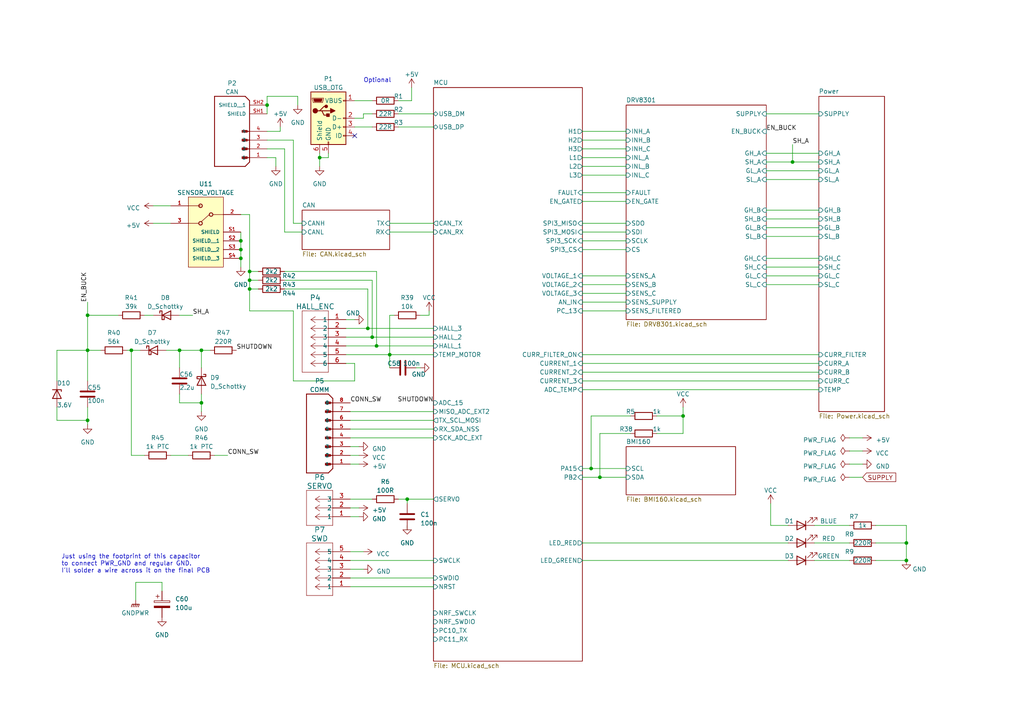
<source format=kicad_sch>
(kicad_sch (version 20230121) (generator eeschema)
  (paper "A4")
  (lib_symbols
    (symbol "B3B-PH-SM4-TBT:B3B-PH-SM4-TBT_LFSN" (pin_names (offset 0.254))
      (property "Reference" "J" (at 8.89 6.35 0))
      (property "Value" "B3B-PH-SM4-TBT LFSN" (at 0 0 0))
      (symbol "B3B-PH-SM4-TBT_LFSN_1_1"
        (pin unspecified line (at 0 0 0) (length 5.08) (name "1") (number "1"))
        (pin unspecified line (at 0 -2.54 0) (length 5.08) (name "2") (number "2"))
        (pin unspecified line (at 0 -5.08 0) (length 5.08) (name "3") (number "3"))
      )
      (symbol "B3B-PH-SM4-TBT_LFSN_1_2"
        (pin unspecified line (at 0 0 0) (length 5.08) (name "1") (number "1"))
        (pin unspecified line (at 0 -2.54 0) (length 5.08) (name "2") (number "2"))
        (pin unspecified line (at 0 -5.08 0) (length 5.08) (name "3") (number "3"))
      )
    )
    (symbol "B4B-PH-SM4-TB:B4B-PH-SM4-TB__LF__SN_" (pin_names (offset 1.016))
      (property "Reference" "J" (at 0 8.89 0))
      (property "Value" "B4B-PH-SM4-TB__LF__SN_" (at 0 -15.24 0))
      (symbol "B4B-PH-SM4-TB__LF__SN__0_0"
        (pin passive line (at -5.08 5.08 0) (length 5.08) (name "1") (number "1"))
        (pin passive line (at -5.08 2.54 0) (length 5.08) (name "2") (number "2"))
        (pin passive line (at -5.08 0 0) (length 5.08) (name "3") (number "3"))
        (pin passive line (at -5.08 -2.54 0) (length 5.08) (name "4") (number "4"))
        (pin passive line (at -5.08 -7.62 0) (length 5.08) (name "SHIELD") (number "SH1"))
        (pin passive line (at -5.08 -10.16 0) (length 5.08) (name "SHIELD__1") (number "SH2"))
      )
    )
    (symbol "B5B-PH-SM4-TB:B5B-PH-SM4-TBLFSN" (pin_names (offset 0.254))
      (property "Reference" "J" (at 8.89 6.35 0))
      (property "Value" "B5B-PH-SM4-TBLFSN" (at 0 0 0))
      (symbol "B5B-PH-SM4-TBLFSN_0_1"
        (pin unspecified line (at 0 0 0) (length 5.08) (name "1") (number "1"))
        (pin unspecified line (at 0 -2.54 0) (length 5.08) (name "2") (number "2"))
        (pin unspecified line (at 0 -5.08 0) (length 5.08) (name "3") (number "3"))
        (pin unspecified line (at 0 -7.62 0) (length 5.08) (name "4") (number "4"))
        (pin unspecified line (at 0 -10.16 0) (length 5.08) (name "5") (number "5"))
      )
    )
    (symbol "B8B-PH-SM4-TB:B8B-PH-SM4-TB_LF__SN_" (pin_names (offset 1.016))
      (property "Reference" "J" (at 0 11.43 0))
      (property "Value" "B8B-PH-SM4-TB_LF__SN_" (at 0 -15.24 0))
      (symbol "B8B-PH-SM4-TB_LF__SN__0_0"
        (pin passive line (at -5.08 7.62 0) (length 5.08) (name "1") (number "1"))
        (pin passive line (at -5.08 5.08 0) (length 5.08) (name "2") (number "2"))
        (pin passive line (at -5.08 2.54 0) (length 5.08) (name "3") (number "3"))
        (pin passive line (at -5.08 0 0) (length 5.08) (name "4") (number "4"))
        (pin passive line (at -5.08 -2.54 0) (length 5.08) (name "5") (number "5"))
        (pin passive line (at -5.08 -5.08 0) (length 5.08) (name "6") (number "6"))
        (pin passive line (at -5.08 -7.62 0) (length 5.08) (name "7") (number "7"))
        (pin passive line (at -5.08 -10.16 0) (length 5.08) (name "8") (number "8"))
      )
    )
    (symbol "Connector:USB_OTG" (pin_names (offset 1.016))
      (property "Reference" "J1" (at 0 11.43 0))
      (property "Value" "USB_OTG" (at 0 8.89 0))
      (symbol "USB_OTG_1_1"
        (pin passive line (at 7.62 5.08 180) (length 2.54) (name "VBUS") (number "1"))
        (pin bidirectional line (at 7.62 0 180) (length 2.54) (name "D-") (number "2"))
        (pin bidirectional line (at 7.62 -2.54 180) (length 2.54) (name "D+") (number "3"))
        (pin passive line (at 7.62 -5.08 180) (length 2.54) (name "ID") (number "4"))
        (pin passive line (at 0 -10.16 90) (length 2.54) (name "GND") (number "5"))
        (pin passive line (at -2.54 -10.16 90) (length 2.54) (name "Shield") (number "6"))
      )
    )
    (symbol "Device:C" (pin_numbers hide) (pin_names (offset 0.254))
      (property "Reference" "C" (at 0.635 2.54 0))
      (property "Value" "C" (at 0.635 -2.54 0))
      (symbol "C_1_1"
        (pin passive line (at 0 3.81 270) (length 2.794) (name "~") (number "1"))
        (pin passive line (at 0 -3.81 90) (length 2.794) (name "~") (number "2"))
      )
    )
    (symbol "Device:C_Polarized" (pin_numbers hide) (pin_names (offset 0.254))
      (property "Reference" "C" (at 0.635 2.54 0))
      (property "Value" "C_Polarized" (at 0.635 -2.54 0))
      (symbol "C_Polarized_1_1"
        (pin passive line (at 0 3.81 270) (length 2.794) (name "~") (number "1"))
        (pin passive line (at 0 -3.81 90) (length 2.794) (name "~") (number "2"))
      )
    )
    (symbol "Device:D_Schottky" (pin_numbers hide) (pin_names (offset 1.016) hide)
      (property "Reference" "D" (at 0 2.54 0))
      (property "Value" "D_Schottky" (at 0 -2.54 0))
      (symbol "D_Schottky_1_1"
        (pin passive line (at -3.81 0 0) (length 2.54) (name "K") (number "1"))
        (pin passive line (at 3.81 0 180) (length 2.54) (name "A") (number "2"))
      )
    )
    (symbol "Device:LED" (pin_numbers hide) (pin_names (offset 1.016) hide)
      (property "Reference" "D" (at 0 2.54 0))
      (property "Value" "LED" (at 0 -2.54 0))
      (symbol "LED_1_1"
        (pin passive line (at -3.81 0 0) (length 2.54) (name "K") (number "1"))
        (pin passive line (at 3.81 0 180) (length 2.54) (name "A") (number "2"))
      )
    )
    (symbol "Device:R" (pin_numbers hide) (pin_names (offset 0))
      (property "Reference" "R" (at 2.032 0 90))
      (property "Value" "R" (at 0 0 90))
      (symbol "R_1_1"
        (pin passive line (at 0 3.81 270) (length 1.27) (name "~") (number "1"))
        (pin passive line (at 0 -3.81 90) (length 1.27) (name "~") (number "2"))
      )
    )
    (symbol "Diode:BZV55B3V6" (pin_numbers hide) (pin_names hide)
      (property "Reference" "D" (at 0 2.54 0))
      (property "Value" "BZV55B3V6" (at 0 -2.54 0))
      (symbol "BZV55B3V6_1_1"
        (pin passive line (at -3.81 0 0) (length 2.54) (name "K") (number "1"))
        (pin passive line (at 3.81 0 180) (length 2.54) (name "A") (number "2"))
      )
    )
    (symbol "JST-S6B-PH-SM4-TB:S6B-PH-SM4-TBLFSN" (pin_names (offset 0.254))
      (property "Reference" "J" (at 8.89 6.35 0))
      (property "Value" "S6B-PH-SM4-TBLFSN" (at 0 0 0))
      (symbol "S6B-PH-SM4-TBLFSN_1_1"
        (pin unspecified line (at 0 -12.7 0) (length 5.08) (name "1") (number "1"))
        (pin unspecified line (at 0 -10.16 0) (length 5.08) (name "2") (number "2"))
        (pin unspecified line (at 0 -7.62 0) (length 5.08) (name "3") (number "3"))
        (pin unspecified line (at 0 -5.08 0) (length 5.08) (name "4") (number "4"))
        (pin unspecified line (at 0 -2.54 0) (length 5.08) (name "5") (number "5"))
        (pin unspecified line (at 0 0 0) (length 5.08) (name "6") (number "6"))
      )
      (symbol "S6B-PH-SM4-TBLFSN_1_2"
        (pin unspecified line (at 0 0 0) (length 5.08) (name "1") (number "1"))
        (pin unspecified line (at 0 -2.54 0) (length 5.08) (name "2") (number "2"))
        (pin unspecified line (at 0 -5.08 0) (length 5.08) (name "3") (number "3"))
        (pin unspecified line (at 0 -7.62 0) (length 5.08) (name "4") (number "4"))
        (pin unspecified line (at 0 -10.16 0) (length 5.08) (name "5") (number "5"))
        (pin unspecified line (at 0 -12.7 0) (length 5.08) (name "6") (number "6"))
      )
    )
    (symbol "PCM12SMTR:PCM12SMTR" (pin_names (offset 1.016))
      (property "Reference" "SW" (at -5.0844 5.3386 0))
      (property "Value" "PCM12SMTR" (at -5.1814 -17.2819 0))
      (symbol "PCM12SMTR_0_0"
        (pin passive line (at -10.16 2.54 0) (length 5.08) (name "~") (number "1"))
        (pin passive line (at 10.16 0 180) (length 5.08) (name "~") (number "2"))
        (pin passive line (at -10.16 -2.54 0) (length 5.08) (name "~") (number "3"))
        (pin passive line (at 10.16 -5.08 180) (length 5.08) (name "SHIELD") (number "S1"))
        (pin passive line (at 10.16 -7.62 180) (length 5.08) (name "SHIELD__1") (number "S2"))
        (pin passive line (at 10.16 -10.16 180) (length 5.08) (name "SHIELD__2") (number "S3"))
        (pin passive line (at 10.16 -12.7 180) (length 5.08) (name "SHIELD__3") (number "S4"))
      )
    )
    (symbol "power:+5V" (power) (pin_names (offset 0))
      (property "Value" "+5V" (at 0 3.556 0))
      (symbol "+5V_1_1"
        (pin power_in line (at 0 0 90) (length 0) hide (name "+5V") (number "1"))
      )
    )
    (symbol "power:GND" (power) (pin_names (offset 0))
      (property "Value" "GND" (at 0 -3.81 0))
      (symbol "GND_1_1"
        (pin power_in line (at 0 0 270) (length 0) hide (name "GND") (number "1"))
      )
    )
    (symbol "power:GNDPWR" (power) (pin_names (offset 0))
      (property "Value" "GNDPWR" (at 0 -3.302 0))
      (symbol "GNDPWR_1_1"
        (pin power_in line (at 0 0 270) (length 0) hide (name "GNDPWR") (number "1"))
      )
    )
    (symbol "power:PWR_FLAG" (power) (pin_numbers hide) (pin_names (offset 0) hide)
      (property "Value" "PWR_FLAG" (at 0 3.81 0))
      (symbol "PWR_FLAG_0_0"
        (pin power_out line (at 0 0 90) (length 0) (name "pwr") (number "1"))
      )
    )
    (symbol "power:VCC" (power) (pin_names (offset 0))
      (property "Value" "VCC" (at 0 3.81 0))
      (symbol "VCC_1_1"
        (pin power_in line (at 0 0 90) (length 0) hide (name "VCC") (number "1"))
      )
    )
  )
  (junction (at 107.95 97.79))
  (junction (at 25.4 91.44))
  (junction (at 25.4 101.6))
  (junction (at 52.07 101.6))
  (junction (at 118.11 144.78))
  (junction (at 171.45 135.89))
  (junction (at 113.03 102.87))
  (junction (at 198.12 120.65))
  (junction (at 173.99 138.43))
  (junction (at 69.85 74.93))
  (junction (at 69.85 69.85))
  (junction (at 72.39 83.82))
  (junction (at 72.39 81.28))
  (junction (at 262.89 157.48))
  (junction (at 25.4 121.92))
  (junction (at 109.22 100.33))
  (junction (at 72.39 78.74))
  (junction (at 77.47 30.48))
  (junction (at 106.68 95.25))
  (junction (at 92.71 45.72))
  (junction (at 58.42 116.84))
  (junction (at 69.85 72.39))
  (junction (at 58.42 101.6))
  (junction (at 229.87 46.99))
  (junction (at 38.1 101.6))
  (junction (at 262.89 162.56))
  (no_connect (at 102.87 39.37))
  (wire (pts (xy 171.45 135.89) (xy 181.61 135.89)))
  (wire (pts (xy 168.91 87.63) (xy 181.61 87.63)))
  (wire (pts (xy 115.57 144.78) (xy 118.11 144.78)))
  (wire (pts (xy 41.91 132.08) (xy 38.1 132.08)))
  (wire (pts (xy 115.57 33.02) (xy 125.73 33.02)))
  (wire (pts (xy 171.45 120.65) (xy 171.45 135.89)))
  (wire (pts (xy 182.88 125.73) (xy 173.99 125.73)))
  (wire (pts (xy 168.91 113.03) (xy 237.49 113.03)))
  (wire (pts (xy 69.85 67.31) (xy 69.85 69.85)))
  (wire (pts (xy 173.99 125.73) (xy 173.99 138.43)))
  (wire (pts (xy 119.38 29.21) (xy 119.38 25.4)))
  (wire (pts (xy 168.91 67.31) (xy 181.61 67.31)))
  (wire (pts (xy 190.5 125.73) (xy 198.12 125.73)))
  (wire (pts (xy 72.39 81.28) (xy 72.39 83.82)))
  (wire (pts (xy 198.12 125.73) (xy 198.12 120.65)))
  (wire (pts (xy 48.26 101.6) (xy 52.07 101.6)))
  (wire (pts (xy 72.39 81.28) (xy 74.93 81.28)))
  (wire (pts (xy 25.4 110.49) (xy 25.4 101.6)))
  (wire (pts (xy 101.6 119.38) (xy 125.73 119.38)))
  (wire (pts (xy 82.55 81.28) (xy 107.95 81.28)))
  (wire (pts (xy 229.87 41.91) (xy 229.87 46.99)))
  (wire (pts (xy 168.91 43.18) (xy 181.61 43.18)))
  (wire (pts (xy 72.39 83.82) (xy 72.39 90.17)))
  (wire (pts (xy 77.47 45.72) (xy 80.01 45.72)))
  (wire (pts (xy 168.91 50.8) (xy 181.61 50.8)))
  (wire (pts (xy 222.25 44.45) (xy 237.49 44.45)))
  (wire (pts (xy 52.07 101.6) (xy 52.07 106.68)))
  (wire (pts (xy 246.38 130.81) (xy 250.19 130.81)))
  (wire (pts (xy 82.55 83.82) (xy 106.68 83.82)))
  (wire (pts (xy 44.45 64.77) (xy 49.53 64.77)))
  (wire (pts (xy 101.6 170.18) (xy 125.73 170.18)))
  (wire (pts (xy 113.03 91.44) (xy 113.03 102.87)))
  (wire (pts (xy 16.51 121.92) (xy 25.4 121.92)))
  (wire (pts (xy 101.6 127) (xy 125.73 127)))
  (wire (pts (xy 168.91 82.55) (xy 181.61 82.55)))
  (wire (pts (xy 101.6 144.78) (xy 107.95 144.78)))
  (wire (pts (xy 236.22 152.4) (xy 246.38 152.4)))
  (wire (pts (xy 101.6 147.32) (xy 104.14 147.32)))
  (wire (pts (xy 105.41 34.29) (xy 105.41 33.02)))
  (wire (pts (xy 113.03 67.31) (xy 125.73 67.31)))
  (wire (pts (xy 198.12 120.65) (xy 198.12 118.11)))
  (wire (pts (xy 168.91 55.88) (xy 181.61 55.88)))
  (wire (pts (xy 109.22 100.33) (xy 125.73 100.33)))
  (wire (pts (xy 118.11 144.78) (xy 118.11 146.05)))
  (wire (pts (xy 107.95 97.79) (xy 125.73 97.79)))
  (wire (pts (xy 77.47 33.02) (xy 77.47 30.48)))
  (wire (pts (xy 92.71 48.26) (xy 92.71 45.72)))
  (wire (pts (xy 25.4 91.44) (xy 25.4 101.6)))
  (wire (pts (xy 39.37 168.91) (xy 46.99 168.91)))
  (wire (pts (xy 77.47 30.48) (xy 77.47 27.94)))
  (wire (pts (xy 46.99 168.91) (xy 46.99 171.45)))
  (wire (pts (xy 101.6 149.86) (xy 104.14 149.86)))
  (wire (pts (xy 254 162.56) (xy 262.89 162.56)))
  (wire (pts (xy 168.91 110.49) (xy 237.49 110.49)))
  (wire (pts (xy 72.39 83.82) (xy 74.93 83.82)))
  (wire (pts (xy 222.25 68.58) (xy 237.49 68.58)))
  (wire (pts (xy 168.91 72.39) (xy 181.61 72.39)))
  (wire (pts (xy 101.6 162.56) (xy 125.73 162.56)))
  (wire (pts (xy 69.85 62.23) (xy 72.39 62.23)))
  (wire (pts (xy 58.42 101.6) (xy 58.42 106.68)))
  (wire (pts (xy 77.47 38.1) (xy 81.28 38.1)))
  (wire (pts (xy 86.36 27.94) (xy 86.36 30.48)))
  (wire (pts (xy 101.6 124.46) (xy 125.73 124.46)))
  (wire (pts (xy 223.52 152.4) (xy 228.6 152.4)))
  (wire (pts (xy 52.07 116.84) (xy 52.07 114.3)))
  (wire (pts (xy 168.91 69.85) (xy 181.61 69.85)))
  (wire (pts (xy 72.39 78.74) (xy 72.39 81.28)))
  (wire (pts (xy 101.6 129.54) (xy 104.14 129.54)))
  (wire (pts (xy 36.83 101.6) (xy 38.1 101.6)))
  (wire (pts (xy 168.91 40.64) (xy 181.61 40.64)))
  (wire (pts (xy 168.91 38.1) (xy 181.61 38.1)))
  (wire (pts (xy 113.03 102.87) (xy 125.73 102.87)))
  (wire (pts (xy 102.87 105.41) (xy 100.33 105.41)))
  (wire (pts (xy 85.09 90.17) (xy 85.09 110.49)))
  (wire (pts (xy 101.6 165.1) (xy 105.41 165.1)))
  (wire (pts (xy 246.38 127) (xy 250.19 127)))
  (wire (pts (xy 52.07 91.44) (xy 55.88 91.44)))
  (wire (pts (xy 101.6 132.08) (xy 104.14 132.08)))
  (wire (pts (xy 105.41 33.02) (xy 107.95 33.02)))
  (wire (pts (xy 173.99 138.43) (xy 181.61 138.43)))
  (wire (pts (xy 102.87 36.83) (xy 107.95 36.83)))
  (wire (pts (xy 106.68 83.82) (xy 106.68 95.25)))
  (wire (pts (xy 82.55 43.18) (xy 82.55 67.31)))
  (wire (pts (xy 120.65 106.68) (xy 121.92 106.68)))
  (wire (pts (xy 168.91 102.87) (xy 237.49 102.87)))
  (wire (pts (xy 118.11 144.78) (xy 125.73 144.78)))
  (wire (pts (xy 168.91 48.26) (xy 181.61 48.26)))
  (wire (pts (xy 72.39 90.17) (xy 85.09 90.17)))
  (wire (pts (xy 101.6 121.92) (xy 125.73 121.92)))
  (wire (pts (xy 168.91 157.48) (xy 228.6 157.48)))
  (wire (pts (xy 100.33 95.25) (xy 106.68 95.25)))
  (wire (pts (xy 34.29 91.44) (xy 25.4 91.44)))
  (wire (pts (xy 236.22 157.48) (xy 246.38 157.48)))
  (wire (pts (xy 222.25 52.07) (xy 237.49 52.07)))
  (wire (pts (xy 246.38 138.43) (xy 250.19 138.43)))
  (wire (pts (xy 222.25 63.5) (xy 237.49 63.5)))
  (wire (pts (xy 222.25 80.01) (xy 237.49 80.01)))
  (wire (pts (xy 236.22 162.56) (xy 246.38 162.56)))
  (wire (pts (xy 77.47 27.94) (xy 86.36 27.94)))
  (wire (pts (xy 107.95 81.28) (xy 107.95 97.79)))
  (wire (pts (xy 222.25 60.96) (xy 237.49 60.96)))
  (wire (pts (xy 262.89 157.48) (xy 262.89 162.56)))
  (wire (pts (xy 25.4 118.11) (xy 25.4 121.92)))
  (wire (pts (xy 168.91 85.09) (xy 181.61 85.09)))
  (wire (pts (xy 109.22 78.74) (xy 109.22 100.33)))
  (wire (pts (xy 223.52 146.05) (xy 223.52 152.4)))
  (wire (pts (xy 114.3 91.44) (xy 113.03 91.44)))
  (wire (pts (xy 69.85 72.39) (xy 69.85 74.93)))
  (wire (pts (xy 168.91 138.43) (xy 173.99 138.43)))
  (wire (pts (xy 85.09 64.77) (xy 87.63 64.77)))
  (wire (pts (xy 222.25 46.99) (xy 229.87 46.99)))
  (wire (pts (xy 38.1 101.6) (xy 40.64 101.6)))
  (wire (pts (xy 254 152.4) (xy 262.89 152.4)))
  (wire (pts (xy 100.33 97.79) (xy 107.95 97.79)))
  (wire (pts (xy 168.91 105.41) (xy 237.49 105.41)))
  (wire (pts (xy 115.57 29.21) (xy 119.38 29.21)))
  (wire (pts (xy 58.42 116.84) (xy 58.42 119.38)))
  (wire (pts (xy 262.89 152.4) (xy 262.89 157.48)))
  (wire (pts (xy 168.91 90.17) (xy 181.61 90.17)))
  (wire (pts (xy 229.87 46.99) (xy 237.49 46.99)))
  (wire (pts (xy 182.88 120.65) (xy 171.45 120.65)))
  (wire (pts (xy 82.55 78.74) (xy 109.22 78.74)))
  (wire (pts (xy 246.38 134.62) (xy 250.19 134.62)))
  (wire (pts (xy 82.55 67.31) (xy 87.63 67.31)))
  (wire (pts (xy 69.85 69.85) (xy 69.85 72.39)))
  (wire (pts (xy 25.4 87.63) (xy 25.4 91.44)))
  (wire (pts (xy 25.4 121.92) (xy 25.4 123.19)))
  (wire (pts (xy 25.4 101.6) (xy 29.21 101.6)))
  (wire (pts (xy 113.03 102.87) (xy 113.03 106.68)))
  (wire (pts (xy 69.85 74.93) (xy 69.85 77.47)))
  (wire (pts (xy 49.53 132.08) (xy 54.61 132.08)))
  (wire (pts (xy 80.01 45.72) (xy 80.01 48.26)))
  (wire (pts (xy 85.09 110.49) (xy 102.87 110.49)))
  (wire (pts (xy 100.33 102.87) (xy 113.03 102.87)))
  (wire (pts (xy 16.51 101.6) (xy 25.4 101.6)))
  (wire (pts (xy 77.47 40.64) (xy 85.09 40.64)))
  (wire (pts (xy 102.87 110.49) (xy 102.87 105.41)))
  (wire (pts (xy 52.07 101.6) (xy 58.42 101.6)))
  (wire (pts (xy 81.28 38.1) (xy 81.28 36.83)))
  (wire (pts (xy 72.39 62.23) (xy 72.39 78.74)))
  (wire (pts (xy 38.1 132.08) (xy 38.1 101.6)))
  (wire (pts (xy 95.25 44.45) (xy 95.25 45.72)))
  (wire (pts (xy 101.6 134.62) (xy 104.14 134.62)))
  (wire (pts (xy 168.91 64.77) (xy 181.61 64.77)))
  (wire (pts (xy 168.91 45.72) (xy 181.61 45.72)))
  (wire (pts (xy 222.25 66.04) (xy 237.49 66.04)))
  (wire (pts (xy 39.37 173.99) (xy 39.37 168.91)))
  (wire (pts (xy 190.5 120.65) (xy 198.12 120.65)))
  (wire (pts (xy 101.6 160.02) (xy 105.41 160.02)))
  (wire (pts (xy 52.07 116.84) (xy 58.42 116.84)))
  (wire (pts (xy 102.87 29.21) (xy 107.95 29.21)))
  (wire (pts (xy 58.42 101.6) (xy 60.96 101.6)))
  (wire (pts (xy 106.68 95.25) (xy 125.73 95.25)))
  (wire (pts (xy 222.25 74.93) (xy 237.49 74.93)))
  (wire (pts (xy 168.91 58.42) (xy 181.61 58.42)))
  (wire (pts (xy 168.91 80.01) (xy 181.61 80.01)))
  (wire (pts (xy 115.57 36.83) (xy 125.73 36.83)))
  (wire (pts (xy 222.25 82.55) (xy 237.49 82.55)))
  (wire (pts (xy 44.45 59.69) (xy 49.53 59.69)))
  (wire (pts (xy 254 157.48) (xy 262.89 157.48)))
  (wire (pts (xy 100.33 100.33) (xy 109.22 100.33)))
  (wire (pts (xy 118.11 153.67) (xy 118.11 152.4)))
  (wire (pts (xy 62.23 132.08) (xy 66.04 132.08)))
  (wire (pts (xy 222.25 49.53) (xy 237.49 49.53)))
  (wire (pts (xy 16.51 118.11) (xy 16.51 121.92)))
  (wire (pts (xy 121.92 91.44) (xy 124.46 91.44)))
  (wire (pts (xy 168.91 162.56) (xy 228.6 162.56)))
  (wire (pts (xy 168.91 135.89) (xy 171.45 135.89)))
  (wire (pts (xy 16.51 110.49) (xy 16.51 101.6)))
  (wire (pts (xy 85.09 40.64) (xy 85.09 64.77)))
  (wire (pts (xy 102.87 34.29) (xy 105.41 34.29)))
  (wire (pts (xy 95.25 45.72) (xy 92.71 45.72)))
  (wire (pts (xy 58.42 116.84) (xy 58.42 114.3)))
  (wire (pts (xy 222.25 33.02) (xy 237.49 33.02)))
  (wire (pts (xy 124.46 91.44) (xy 124.46 90.17)))
  (wire (pts (xy 92.71 45.72) (xy 92.71 44.45)))
  (wire (pts (xy 74.93 78.74) (xy 72.39 78.74)))
  (wire (pts (xy 41.91 91.44) (xy 44.45 91.44)))
  (wire (pts (xy 101.6 167.64) (xy 125.73 167.64)))
  (wire (pts (xy 113.03 64.77) (xy 125.73 64.77)))
  (wire (pts (xy 222.25 77.47) (xy 237.49 77.47)))
  (wire (pts (xy 77.47 43.18) (xy 82.55 43.18)))
  (wire (pts (xy 168.91 107.95) (xy 237.49 107.95)))
  (wire (pts (xy 100.33 92.71) (xy 102.87 92.71)))
  (text "Just using the footprint of this capacitor\nto connect PWR_GND and regular GND.\nI'll solder a wire across it on the final PCB" (at 17.78 166.37 0) (effects (font (size 1.27 1.27)) (justify left bottom)))
  (text "Optional" (at 105.41 24.13 0) (effects (font (size 1.27 1.27)) (justify left bottom)))
  (label "SH_A" (at 55.88 91.44 0))
  (label "CONN_SW" (at 66.04 132.08 0))
  (label "SHUTDOWN" (at 125.73 116.84 180))
  (label "EN_BUCK" (at 25.4 87.63 90))
  (label "CONN_SW" (at 101.6 116.84 0))
  (label "EN_BUCK" (at 222.25 38.1 0))
  (label "SHUTDOWN" (at 68.58 101.6 0))
  (label "SH_A" (at 229.87 41.91 0))
  (global_label "SUPPLY" (shape input) (at 250.19 138.43 0) (property "Intersheetrefs" "${INTERSHEET_REFS}" (effects hide)))
  (symbol (lib_id "power:+5V") (at 104.14 147.32 270) (unit 1)
    (property "Reference" "#PWR087" (effects hide))
    (property "Value" "+5V" (at 107.95 147.955 90) (effects (justify left)))
  )
  (symbol (lib_id "Device:C") (at 25.4 114.3 0) (unit 1)
    (property "Reference" "C55" (at 25.4 112.395 0) (effects (justify left)))
    (property "Value" "100n" (at 25.4 116.205 0) (effects (justify left)))
    (property "Footprint" "MCU_:0603_AVX" (effects hide))
  )
  (symbol (lib_id "Device:R") (at 111.76 36.83 90) (unit 1)
    (property "Reference" "R3" (at 115.57 35.56 90))
    (property "Value" "22R" (at 111.76 36.83 90))
    (property "Footprint" "Root_:RESC3216X70N" (effects hide))
  )
  (symbol (lib_id "Device:R") (at 118.11 91.44 90) (unit 1)
    (property "Reference" "R39" (at 118.11 86.36 90))
    (property "Value" "10k" (at 118.11 88.9 90))
    (property "Footprint" "DRV8301_:RESC1608X55N" (effects hide))
  )
  (symbol (lib_id "PCM12SMTR:PCM12SMTR") (at 59.69 62.23 0) (unit 1)
    (property "Reference" "U11" (at 59.69 53.34 0))
    (property "Value" "SENSOR_VOLTAGE" (at 59.69 55.88 0))
    (property "Footprint" "Root_:SW_PCM12SMTR" (effects hide))
    (property "DigiKey_Part_Number" "401-2016-2-ND" (effects hide))
    (property "MF" "C&K" (effects hide))
    (property "Purchase-URL" "https://www.snapeda.com/api/url_track_click_mouser/?unipart_id=229977&manufacturer=C&amp;K&part_name=PCM12SMTR&search_term=None" (effects hide))
    (property "Package" "None" (effects hide))
    (property "Check_prices" "https://www.snapeda.com/parts/PCM12SMTR/C%2526K/view-part/?ref=eda" (effects hide))
    (property "STANDARD" "Manufacturer Recommendation" (effects hide))
    (property "SnapEDA_Link" "https://www.snapeda.com/parts/PCM12SMTR/C%2526K/view-part/?ref=snap" (effects hide))
    (property "MP" "PCM12SMTR" (effects hide))
    (property "Description" "\nSwitch,Slide,Ultra-Mini,SPDT,ON-ON,300mA,6VDC,Surface Mount,R/A,Gull Wing | C&K PCM12SMTR\n" (effects hide))
    (property "MANUFACTURER" "C&K" (effects hide))
  )
  (symbol (lib_id "power:GND") (at 118.11 152.4 0) (unit 1)
    (property "Reference" "#PWR089" (effects hide))
    (property "Value" "GND" (at 118.11 157.48 0))
  )
  (symbol (lib_id "power:GND") (at 69.85 77.47 0) (unit 1)
    (property "Reference" "#PWR096" (effects hide))
    (property "Value" "GND" (at 69.85 82.55 0))
  )
  (symbol (lib_id "power:GND") (at 80.01 48.26 0) (unit 1)
    (property "Reference" "#PWR082" (effects hide))
    (property "Value" "GND" (at 80.01 53.34 0))
  )
  (symbol (lib_id "power:PWR_FLAG") (at 246.38 134.62 90) (unit 1)
    (property "Reference" "#FLG03" (effects hide))
    (property "Value" "PWR_FLAG" (at 242.57 135.255 90) (effects (justify left)))
  )
  (symbol (lib_id "Device:R") (at 78.74 81.28 90) (unit 1)
    (property "Reference" "R43" (at 83.82 82.55 90))
    (property "Value" "2k2" (at 78.74 81.28 90))
    (property "Footprint" "Root_:RESC2012X60N" (effects hide))
  )
  (symbol (lib_id "Device:LED") (at 232.41 162.56 180) (unit 1)
    (property "Reference" "D3" (at 228.9175 161.29 0))
    (property "Value" "GREEN" (at 240.3475 161.29 0))
    (property "Footprint" "Root_:LED_LTST-C191KGKT_LTO" (effects hide))
    (property "Datasheet" "LTST-C191KGKT" (effects hide))
  )
  (symbol (lib_id "B5B-PH-SM4-TB:B5B-PH-SM4-TBLFSN") (at 101.6 170.18 180) (unit 1)
    (property "Reference" "P7" (at 92.71 153.67 0) (effects (font (size 1.524 1.524))))
    (property "Value" "SWD" (at 92.71 156.21 0) (effects (font (size 1.524 1.524))))
    (property "Footprint" "Root_:CONN5_4-TBLFSN_JST" (effects hide))
    (property "Datasheet" "B5B-PH-SM4-TBLFSN" (effects hide))
  )
  (symbol (lib_id "Device:R") (at 111.76 33.02 90) (unit 1)
    (property "Reference" "R2" (at 115.57 31.75 90))
    (property "Value" "22R" (at 111.76 33.02 90))
    (property "Footprint" "Root_:RESC3216X70N" (effects hide))
    (property "Datasheet" "RMCF1206FT22R0" (effects hide))
  )
  (symbol (lib_id "Device:C") (at 118.11 149.86 0) (unit 1)
    (property "Reference" "C1" (at 121.92 149.225 0) (effects (justify left)))
    (property "Value" "100n" (at 121.92 151.765 0) (effects (justify left)))
    (property "Footprint" "Power_:CAPC2012X88N" (effects hide))
  )
  (symbol (lib_id "power:VCC") (at 124.46 90.17 0) (unit 1)
    (property "Reference" "#PWR095" (effects hide))
    (property "Value" "VCC" (at 124.46 86.36 0))
  )
  (symbol (lib_id "power:GND") (at 102.87 92.71 90) (unit 1)
    (property "Reference" "#PWR077" (effects hide))
    (property "Value" "GND" (at 100.33 90.805 90) (effects (justify right)))
  )
  (symbol (lib_id "power:GND") (at 58.42 119.38 0) (unit 1)
    (property "Reference" "#PWR075" (effects hide))
    (property "Value" "GND" (at 58.42 124.46 0))
  )
  (symbol (lib_id "Device:R") (at 78.74 83.82 90) (unit 1)
    (property "Reference" "R44" (at 83.82 85.09 90))
    (property "Value" "2k2" (at 78.74 83.82 90))
    (property "Footprint" "Root_:RESC2012X60N" (effects hide))
  )
  (symbol (lib_id "power:GND") (at 105.41 165.1 90) (unit 1)
    (property "Reference" "#PWR091" (effects hide))
    (property "Value" "GND" (at 109.22 165.735 90) (effects (justify right)))
  )
  (symbol (lib_id "Device:R") (at 186.69 125.73 90) (unit 1)
    (property "Reference" "R38" (at 181.61 124.46 90))
    (property "Value" "1k" (at 190.5 124.46 90))
    (property "Footprint" "Root_:RESC3216X70N" (effects hide))
  )
  (symbol (lib_id "power:GND") (at 250.19 134.62 90) (unit 1)
    (property "Reference" "#PWR094" (effects hide))
    (property "Value" "GND" (at 254 135.255 90) (effects (justify right)))
  )
  (symbol (lib_id "power:GND") (at 104.14 129.54 90) (unit 1)
    (property "Reference" "#PWR084" (effects hide))
    (property "Value" "GND" (at 107.95 130.175 90) (effects (justify right)))
  )
  (symbol (lib_id "B8B-PH-SM4-TB:B8B-PH-SM4-TB_LF__SN_") (at 96.52 127 180) (unit 1)
    (property "Reference" "P5" (at 92.71 110.49 0))
    (property "Value" "COMM" (at 92.71 113.03 0))
    (property "Footprint" "Root_:JST_B8B-PH-SM4-TB_LF__SN_" (effects hide))
    (property "MF" "JST" (effects hide))
    (property "MAXIMUM_PACKAGE_HEIGHT" "6.6 mm" (effects hide))
    (property "Package" "NON STANDARD-8 JST" (effects hide))
    (property "Price" "None" (effects hide))
    (property "Check_prices" "https://www.snapeda.com/parts/B8B-PH-SM4-TB%20(LF)(SN)/JST/view-part/?ref=eda" (effects hide))
    (property "STANDARD" "Manufacturer Recommendations" (effects hide))
    (property "PARTREV" "N/A" (effects hide))
    (property "SnapEDA_Link" "https://www.snapeda.com/parts/B8B-PH-SM4-TB%20(LF)(SN)/JST/view-part/?ref=snap" (effects hide))
    (property "MP" "B8B-PH-SM4-TB (LF)(SN)" (effects hide))
    (property "Description" "\nSocket; wire-board; male; PH; 2mm; PIN: 8; SMT; 100V; 2A; -25÷85°C\n" (effects hide))
    (property "Availability" "In Stock" (effects hide))
    (property "MANUFACTURER" "JST" (effects hide))
  )
  (symbol (lib_id "B4B-PH-SM4-TB:B4B-PH-SM4-TB__LF__SN_") (at 72.39 40.64 180) (unit 1)
    (property "Reference" "P2" (at 67.31 24.13 0))
    (property "Value" "CAN" (at 67.31 26.67 0))
    (property "Footprint" "Root_:JST_B4B-PH-SM4-TB__LF__SN_" (effects hide))
    (property "MF" "JST Sales" (effects hide))
    (property "MAXIMUM_PACKAGE_HEIGHT" "6.6mm" (effects hide))
    (property "Package" "NON STANDARD-4 JST" (effects hide))
    (property "Price" "None" (effects hide))
    (property "Check_prices" "https://www.snapeda.com/parts/B4B-PH-SM4-TB%20(LF)(SN)/JST+Sales+America+Inc./view-part/?ref=eda" (effects hide))
    (property "STANDARD" "Manufacturer Recommendations" (effects hide))
    (property "PARTREV" "N/A" (effects hide))
    (property "SnapEDA_Link" "https://www.snapeda.com/parts/B4B-PH-SM4-TB%20(LF)(SN)/JST+Sales+America+Inc./view-part/?ref=snap" (effects hide))
    (property "MP" "B4B-PH-SM4-TB (LF)(SN)" (effects hide))
    (property "Description" "\nConnector Header Surface Mount 4 position 0.079 (2.00mm)\n" (effects hide))
    (property "SNAPEDA_PN" "B4B-PH-SM4-TBT(LF)(SN)" (effects hide))
    (property "Availability" "In Stock" (effects hide))
    (property "MANUFACTURER" "JST" (effects hide))
  )
  (symbol (lib_id "Device:R") (at 250.19 162.56 90) (unit 1)
    (property "Reference" "R9" (at 246.38 160.02 90))
    (property "Value" "220R" (at 250.19 162.56 90))
    (property "Footprint" "Root_:RESC3216X75N" (effects hide))
  )
  (symbol (lib_id "Device:R") (at 250.19 157.48 90) (unit 1)
    (property "Reference" "R8" (at 246.38 154.94 90))
    (property "Value" "220R" (at 250.19 157.48 90))
    (property "Footprint" "Root_:RESC3216X75N" (effects hide))
    (property "Datasheet" "CR1206-FX-2200ELF" (effects hide))
  )
  (symbol (lib_id "Device:R") (at 33.02 101.6 90) (unit 1)
    (property "Reference" "R40" (at 33.02 96.52 90))
    (property "Value" "56k" (at 33.02 99.06 90))
    (property "Footprint" "DRV8301_:RESC1608X55N" (effects hide))
    (property "Datasheet" "RK73H1JTTD5602F" (effects hide))
  )
  (symbol (lib_id "power:VCC") (at 104.14 132.08 270) (unit 1)
    (property "Reference" "#PWR085" (effects hide))
    (property "Value" "VCC" (at 107.95 132.715 90) (effects (justify left)))
  )
  (symbol (lib_id "Device:R") (at 250.19 152.4 90) (unit 1)
    (property "Reference" "R7" (at 247.65 149.86 90))
    (property "Value" "1k" (at 250.19 152.4 90))
    (property "Footprint" "Root_:RESC3216X70N" (effects hide))
  )
  (symbol (lib_id "Device:D_Schottky") (at 48.26 91.44 0) (unit 1)
    (property "Reference" "D8" (at 47.9425 86.36 0))
    (property "Value" "D_Schottky" (at 47.9425 88.9 0))
    (property "Footprint" "Root_:CFP3_SOD123W_NEX" (effects hide))
  )
  (symbol (lib_id "Device:LED") (at 232.41 152.4 180) (unit 1)
    (property "Reference" "D1" (at 228.9175 151.13 0))
    (property "Value" "BLUE" (at 240.3475 151.13 0))
    (property "Footprint" "Root_:LED_LTST-C191KRKT_LTO" (effects hide))
    (property "Datasheet" "720-LBQ39GN1P1351" (effects hide))
  )
  (symbol (lib_id "JST-S6B-PH-SM4-TB:S6B-PH-SM4-TBLFSN") (at 100.33 105.41 180) (unit 1)
    (property "Reference" "P4" (at 91.44 86.36 0) (effects (font (size 1.524 1.524))))
    (property "Value" "HALL_ENC" (at 91.44 88.9 0) (effects (font (size 1.524 1.524))))
    (property "Footprint" "Root_:CONN_S6B-PH-SM4-TBLFSN_JST" (effects hide))
    (property "Datasheet" "S6B-PH-SM4-TBLFSN" (effects hide))
  )
  (symbol (lib_id "power:+5V") (at 81.28 36.83 0) (unit 1)
    (property "Reference" "#PWR081" (effects hide))
    (property "Value" "+5V" (at 81.28 33.02 0))
  )
  (symbol (lib_id "Device:R") (at 111.76 144.78 90) (unit 1)
    (property "Reference" "R6" (at 111.76 139.7 90))
    (property "Value" "100R" (at 111.76 142.24 90))
    (property "Footprint" "Root_:RES_RK73H2A_KOA" (effects hide))
    (property "Datasheet" "RK73H2ATTD1000F" (effects hide))
  )
  (symbol (lib_id "B3B-PH-SM4-TBT:B3B-PH-SM4-TBT_LFSN") (at 101.6 149.86 180) (unit 1)
    (property "Reference" "P6" (at 92.71 138.43 0) (effects (font (size 1.524 1.524))))
    (property "Value" "SERVO" (at 92.71 140.97 0) (effects (font (size 1.524 1.524))))
    (property "Footprint" "Root_:CONN_B3B-PH-SM4-TB_JST" (effects hide))
    (property "Datasheet" "B3B-PH-SM4-TBT LFSN" (effects hide))
  )
  (symbol (lib_id "power:GND") (at 46.99 179.07 0) (unit 1)
    (property "Reference" "#PWR097" (effects hide))
    (property "Value" "GND" (at 46.99 184.15 0))
  )
  (symbol (lib_id "Device:R") (at 111.76 29.21 90) (unit 1)
    (property "Reference" "R1" (at 115.57 27.94 90))
    (property "Value" "0R" (at 111.76 29.21 90))
    (property "Footprint" "DRV8301_:RESC1608X55N" (effects hide))
  )
  (symbol (lib_id "power:+5V") (at 250.19 127 270) (unit 1)
    (property "Reference" "#PWR092" (effects hide))
    (property "Value" "+5V" (at 254 127.635 90) (effects (justify left)))
  )
  (symbol (lib_id "Device:D_Schottky") (at 58.42 110.49 270) (unit 1)
    (property "Reference" "D9" (at 60.96 109.5375 90) (effects (justify left)))
    (property "Value" "D_Schottky" (at 60.96 112.0775 90) (effects (justify left)))
    (property "Footprint" "Root_:CFP3_SOD123W_NEX" (effects hide))
  )
  (symbol (lib_id "power:GND") (at 262.89 162.56 0) (unit 1)
    (property "Reference" "#PWR074" (effects hide))
    (property "Value" "GND" (at 266.7 165.1 0))
  )
  (symbol (lib_id "power:GND") (at 121.92 106.68 90) (unit 1)
    (property "Reference" "#PWR078" (effects hide))
    (property "Value" "GND" (at 119.38 108.585 90) (effects (justify right)))
  )
  (symbol (lib_id "Device:D_Schottky") (at 44.45 101.6 0) (unit 1)
    (property "Reference" "D7" (at 44.1325 96.52 0))
    (property "Value" "D_Schottky" (at 44.1325 99.06 0))
    (property "Footprint" "Root_:CFP3_SOD123W_NEX" (effects hide))
    (property "Datasheet" "PMEG6020ER,115" (effects hide))
  )
  (symbol (lib_id "power:+5V") (at 119.38 25.4 0) (unit 1)
    (property "Reference" "#PWR01" (effects hide))
    (property "Value" "+5V" (at 119.38 21.59 0))
  )
  (symbol (lib_id "power:VCC") (at 250.19 130.81 270) (unit 1)
    (property "Reference" "#PWR093" (effects hide))
    (property "Value" "VCC" (at 254 131.445 90) (effects (justify left)))
  )
  (symbol (lib_id "power:GND") (at 104.14 149.86 90) (unit 1)
    (property "Reference" "#PWR088" (effects hide))
    (property "Value" "GND" (at 107.95 150.495 90) (effects (justify right)))
  )
  (symbol (lib_id "Device:C_Polarized") (at 46.99 175.26 0) (unit 1)
    (property "Reference" "C60" (at 50.8 173.736 0) (effects (justify left)))
    (property "Value" "100u" (at 50.8 176.276 0) (effects (justify left)))
    (property "Footprint" "DRV8301_:CAP_TPS1210_3P5X2P8_AVX" (effects hide))
  )
  (symbol (lib_id "Device:LED") (at 232.41 157.48 180) (unit 1)
    (property "Reference" "D2" (at 228.9175 156.21 0))
    (property "Value" "RED" (at 240.3475 156.21 0))
    (property "Footprint" "Root_:LED_LTST-C191KRKT_LTO" (effects hide))
    (property "Datasheet" "LTST-C191KRKT" (effects hide))
  )
  (symbol (lib_id "power:VCC") (at 223.52 146.05 0) (unit 1)
    (property "Reference" "#PWR073" (effects hide))
    (property "Value" "VCC" (at 223.52 142.24 0))
  )
  (symbol (lib_id "power:GND") (at 86.36 30.48 0) (unit 1)
    (property "Reference" "#PWR083" (effects hide))
    (property "Value" "GND" (at 86.36 35.56 0))
  )
  (symbol (lib_id "Device:R") (at 186.69 120.65 90) (unit 1)
    (property "Reference" "R5" (at 182.88 119.38 90))
    (property "Value" "1k" (at 190.5 119.38 90))
    (property "Footprint" "Root_:RESC3216X70N" (effects hide))
    (property "Datasheet" "RMCF1206FT1K00" (effects hide))
  )
  (symbol (lib_id "Device:C") (at 116.84 106.68 90) (unit 1)
    (property "Reference" "C58" (at 114.3 105.41 90))
    (property "Value" "100n" (at 119.38 105.41 90))
    (property "Footprint" "MCU_:0603_AVX" (effects hide))
  )
  (symbol (lib_id "Device:R") (at 64.77 101.6 90) (unit 1)
    (property "Reference" "R47" (at 64.77 96.52 90))
    (property "Value" "220R" (at 64.77 99.06 90))
    (property "Footprint" "Root_:RESC3216X75N" (effects hide))
  )
  (symbol (lib_id "power:VCC") (at 198.12 118.11 0) (unit 1)
    (property "Reference" "#PWR072" (effects hide))
    (property "Value" "VCC" (at 198.12 114.3 0))
  )
  (symbol (lib_id "power:+5V") (at 44.45 64.77 90) (unit 1)
    (property "Reference" "#PWR079" (effects hide))
    (property "Value" "+5V" (at 40.64 65.405 90) (effects (justify left)))
  )
  (symbol (lib_id "Device:R") (at 45.72 132.08 90) (unit 1)
    (property "Reference" "R45" (at 45.72 127 90))
    (property "Value" "1k PTC" (at 45.72 129.54 90))
    (property "Footprint" "DRV8301_:RESC1608X55N" (effects hide))
    (property "Datasheet" "TFPT0603L1001FV" (effects hide))
  )
  (symbol (lib_id "Diode:BZV55B3V6") (at 16.51 114.3 270) (unit 1)
    (property "Reference" "D10" (at 16.51 111.125 90) (effects (justify left)))
    (property "Value" "3.6V" (at 16.51 117.475 90) (effects (justify left)))
    (property "Footprint" "Root_:SOD-882_TOS" (effects hide))
    (property "Datasheet" "DF2S5M4CT,L3F" (effects hide))
  )
  (symbol (lib_id "power:PWR_FLAG") (at 246.38 138.43 90) (unit 1)
    (property "Reference" "#FLG04" (effects hide))
    (property "Value" "PWR_FLAG" (at 242.57 139.065 90) (effects (justify left)))
  )
  (symbol (lib_id "power:VCC") (at 44.45 59.69 90) (unit 1)
    (property "Reference" "#PWR080" (effects hide))
    (property "Value" "VCC" (at 40.64 60.325 90) (effects (justify left)))
  )
  (symbol (lib_id "power:GND") (at 92.71 48.26 0) (unit 1)
    (property "Reference" "#PWR02" (effects hide))
    (property "Value" "GND" (at 92.71 53.34 0))
  )
  (symbol (lib_id "Device:R") (at 58.42 132.08 90) (unit 1)
    (property "Reference" "R46" (at 58.42 127 90))
    (property "Value" "1k PTC" (at 58.42 129.54 90))
    (property "Footprint" "DRV8301_:RESC1608X55N" (effects hide))
  )
  (symbol (lib_id "Device:R") (at 38.1 91.44 90) (unit 1)
    (property "Reference" "R41" (at 38.1 86.36 90))
    (property "Value" "39k" (at 38.1 88.9 90))
    (property "Footprint" "DRV8301_:RESC1608X55N" (effects hide))
  )
  (symbol (lib_id "power:GND") (at 25.4 123.19 0) (unit 1)
    (property "Reference" "#PWR076" (effects hide))
    (property "Value" "GND" (at 25.4 128.27 0))
  )
  (symbol (lib_id "power:VCC") (at 105.41 160.02 270) (unit 1)
    (property "Reference" "#PWR090" (effects hide))
    (property "Value" "VCC" (at 109.22 160.655 90) (effects (justify left)))
  )
  (symbol (lib_id "Device:R") (at 78.74 78.74 90) (unit 1)
    (property "Reference" "R42" (at 83.82 80.01 90))
    (property "Value" "2k2" (at 78.74 78.74 90))
    (property "Footprint" "Root_:RESC2012X60N" (effects hide))
    (property "Datasheet" "RK73H2ATTD2201F" (effects hide))
  )
  (symbol (lib_id "power:GNDPWR") (at 39.37 173.99 0) (unit 1)
    (property "Reference" "#PWR098" (effects hide))
    (property "Value" "GNDPWR" (at 39.243 177.8 0))
  )
  (symbol (lib_id "Device:C") (at 52.07 110.49 0) (unit 1)
    (property "Reference" "C56" (at 52.07 108.585 0) (effects (justify left)))
    (property "Value" "2.2u" (at 52.07 112.395 0) (effects (justify left)))
    (property "Footprint" "DRV8301_:CAPC1608X90N" (effects hide))
  )
  (symbol (lib_id "Connector:USB_OTG") (at 95.25 34.29 0) (unit 1)
    (property "Reference" "P1" (at 95.25 22.86 0))
    (property "Value" "USB_OTG" (at 95.25 25.4 0))
    (property "Footprint" "Root_:CONN_S6B-PH-SM4-TBLFSN_JST" (effects hide))
    (property "Datasheet" "65100516121" (effects hide))
  )
  (symbol (lib_id "power:PWR_FLAG") (at 246.38 127 90) (unit 1)
    (property "Reference" "#FLG01" (effects hide))
    (property "Value" "PWR_FLAG" (at 242.57 127.635 90) (effects (justify left)))
  )
  (symbol (lib_id "power:+5V") (at 104.14 134.62 270) (unit 1)
    (property "Reference" "#PWR086" (effects hide))
    (property "Value" "+5V" (at 107.95 135.255 90) (effects (justify left)))
  )
  (symbol (lib_id "power:PWR_FLAG") (at 246.38 130.81 90) (unit 1)
    (property "Reference" "#FLG02" (effects hide))
    (property "Value" "PWR_FLAG" (at 242.57 131.445 90) (effects (justify left)))
  )
  (sheet (at 125.73 25.4) (size 43.18 166.37) (stroke (width 0.1524))
    (property "Sheetname" "MCU" (at 125.73 24.6884 0) (effects (justify left bottom)))
    (property "Sheetfile" "MCU.kicad_sch" (at 125.73 192.3546 0) (effects (justify left top)))
    (pin "NRST" input (at 125.73 170.18 180))
    (pin "USB_DP" bidirectional (at 125.73 36.83 180))
    (pin "PA15" input (at 168.91 135.89 0))
    (pin "SWDIO" input (at 125.73 167.64 180))
    (pin "LED_RED" output (at 168.91 157.48 0))
    (pin "SWCLK" input (at 125.73 162.56 180))
    (pin "USB_DM" bidirectional (at 125.73 33.02 180))
    (pin "PB2" input (at 168.91 138.43 0))
    (pin "LED_GREEN" output (at 168.91 162.56 0))
    (pin "CURRENT_1" input (at 168.91 105.41 0))
    (pin "CURR_FILTER_ON" input (at 168.91 102.87 0))
    (pin "CURRENT_3" input (at 168.91 110.49 0))
    (pin "CURRENT_2" input (at 168.91 107.95 0))
    (pin "HALL_3" input (at 125.73 95.25 180))
    (pin "SPI3_SCK" input (at 168.91 69.85 0))
    (pin "SPI3_CS" input (at 168.91 72.39 0))
    (pin "PC11_RX" input (at 125.73 185.42 180))
    (pin "PC10_TX" input (at 125.73 182.88 180))
    (pin "HALL_1" input (at 125.73 100.33 180))
    (pin "ADC_15" input (at 125.73 116.84 180))
    (pin "TEMP_MOTOR" input (at 125.73 102.87 180))
    (pin "HALL_2" input (at 125.73 97.79 180))
    (pin "AN_IN" input (at 168.91 87.63 0))
    (pin "PC_13" input (at 168.91 90.17 0))
    (pin "FAULT" input (at 168.91 55.88 0))
    (pin "CAN_TX" output (at 125.73 64.77 180))
    (pin "EN_GATE" output (at 168.91 58.42 0))
    (pin "SERVO" output (at 125.73 144.78 180))
    (pin "SPI3_MOSI" input (at 168.91 67.31 0))
    (pin "SPI3_MISO" input (at 168.91 64.77 0))
    (pin "CAN_RX" input (at 125.73 67.31 180))
    (pin "NRF_SWDIO" input (at 125.73 180.34 180))
    (pin "L1" output (at 168.91 45.72 0))
    (pin "RX_SDA_NSS" bidirectional (at 125.73 124.46 180))
    (pin "L3" output (at 168.91 50.8 0))
    (pin "TX_SCL_MOSI" output (at 125.73 121.92 180))
    (pin "L2" output (at 168.91 48.26 0))
    (pin "VOLTAGE_2" input (at 168.91 82.55 0))
    (pin "VOLTAGE_1" input (at 168.91 80.01 0))
    (pin "H3" output (at 168.91 43.18 0))
    (pin "H2" output (at 168.91 40.64 0))
    (pin "H1" output (at 168.91 38.1 0))
    (pin "MISO_ADC_EXT2" input (at 125.73 119.38 180))
    (pin "ADC_TEMP" input (at 168.91 113.03 0))
    (pin "NRF_SWCLK" input (at 125.73 177.8 180))
    (pin "VOLTAGE_3" input (at 168.91 85.09 0))
    (pin "SCK_ADC_EXT" input (at 125.73 127 180))
  )
  (sheet (at 181.61 129.54) (size 31.75 13.97) (stroke (width 0.1524))
    (property "Sheetname" "BMI160" (at 181.61 128.8284 0) (effects (justify left bottom)))
    (property "Sheetfile" "BMI160.kicad_sch" (at 181.61 144.0946 0) (effects (justify left top)))
    (pin "SCL" input (at 181.61 135.89 180))
    (pin "SDA" input (at 181.61 138.43 180))
  )
  (sheet (at 181.61 30.48) (size 40.64 62.23) (stroke (width 0.1524))
    (property "Sheetname" "DRV8301" (at 181.61 29.7684 0) (effects (justify left bottom)))
    (property "Sheetfile" "DRV8301.kicad_sch" (at 181.61 93.2946 0) (effects (justify left top)))
    (pin "GH_A" input (at 222.25 44.45 0))
    (pin "GL_A" input (at 222.25 49.53 0))
    (pin "SH_B" input (at 222.25 63.5 0))
    (pin "GL_B" input (at 222.25 66.04 0))
    (pin "SL_B" input (at 222.25 68.58 0))
    (pin "GH_B" input (at 222.25 60.96 0))
    (pin "SL_A" input (at 222.25 52.07 0))
    (pin "SUPPLY" input (at 222.25 33.02 0))
    (pin "SENS_SUPPLY" input (at 181.61 87.63 180))
    (pin "SH_A" input (at 222.25 46.99 0))
    (pin "SH_C" input (at 222.25 77.47 0))
    (pin "GH_C" input (at 222.25 74.93 0))
    (pin "SL_C" input (at 222.25 82.55 0))
    (pin "GL_C" input (at 222.25 80.01 0))
    (pin "EN_BUCK" input (at 222.25 38.1 0))
    (pin "INH_B" input (at 181.61 40.64 180))
    (pin "INL_C" input (at 181.61 50.8 180))
    (pin "INL_B" input (at 181.61 48.26 180))
    (pin "INH_C" input (at 181.61 43.18 180))
    (pin "SENS_FILTERED" input (at 181.61 90.17 180))
    (pin "SCLK" input (at 181.61 69.85 180))
    (pin "SDO" input (at 181.61 64.77 180))
    (pin "SDI" input (at 181.61 67.31 180))
    (pin "FAULT" input (at 181.61 55.88 180))
    (pin "CS" input (at 181.61 72.39 180))
    (pin "INH_A" input (at 181.61 38.1 180))
    (pin "EN_GATE" input (at 181.61 58.42 180))
    (pin "INL_A" input (at 181.61 45.72 180))
    (pin "SENS_C" input (at 181.61 85.09 180))
    (pin "SENS_A" input (at 181.61 80.01 180))
    (pin "SENS_B" input (at 181.61 82.55 180))
  )
  (sheet (at 237.49 27.94) (size 19.05 91.44) (stroke (width 0.1524))
    (property "Sheetname" "Power" (at 237.49 27.2284 0) (effects (justify left bottom)))
    (property "Sheetfile" "Power.kicad_sch" (at 237.49 119.9646 0) (effects (justify left top)))
    (pin "SH_A" input (at 237.49 46.99 180))
    (pin "GL_A" input (at 237.49 49.53 180))
    (pin "GH_A" input (at 237.49 44.45 180))
    (pin "SL_A" input (at 237.49 52.07 180))
    (pin "SUPPLY" input (at 237.49 33.02 180))
    (pin "CURR_FILTER" input (at 237.49 102.87 180))
    (pin "SL_B" input (at 237.49 68.58 180))
    (pin "SH_B" input (at 237.49 63.5 180))
    (pin "GL_B" input (at 237.49 66.04 180))
    (pin "CURR_B" input (at 237.49 107.95 180))
    (pin "CURR_A" input (at 237.49 105.41 180))
    (pin "TEMP" input (at 237.49 113.03 180))
    (pin "GH_B" input (at 237.49 60.96 180))
    (pin "GH_C" input (at 237.49 74.93 180))
    (pin "CURR_C" input (at 237.49 110.49 180))
    (pin "SH_C" input (at 237.49 77.47 180))
    (pin "GL_C" input (at 237.49 80.01 180))
    (pin "SL_C" input (at 237.49 82.55 180))
  )
  (sheet (at 87.63 60.96) (size 25.4 11.43) (stroke (width 0.1524))
    (property "Sheetname" "CAN" (at 87.63 60.2484 0) (effects (justify left bottom)))
    (property "Sheetfile" "CAN.kicad_sch" (at 87.63 72.9746 0) (effects (justify left top)))
    (pin "CANH" input (at 87.63 64.77 180))
    (pin "CANL" input (at 87.63 67.31 180))
    (pin "TX" input (at 113.03 64.77 0))
    (pin "RX" input (at 113.03 67.31 0))
  )
)
</source>
